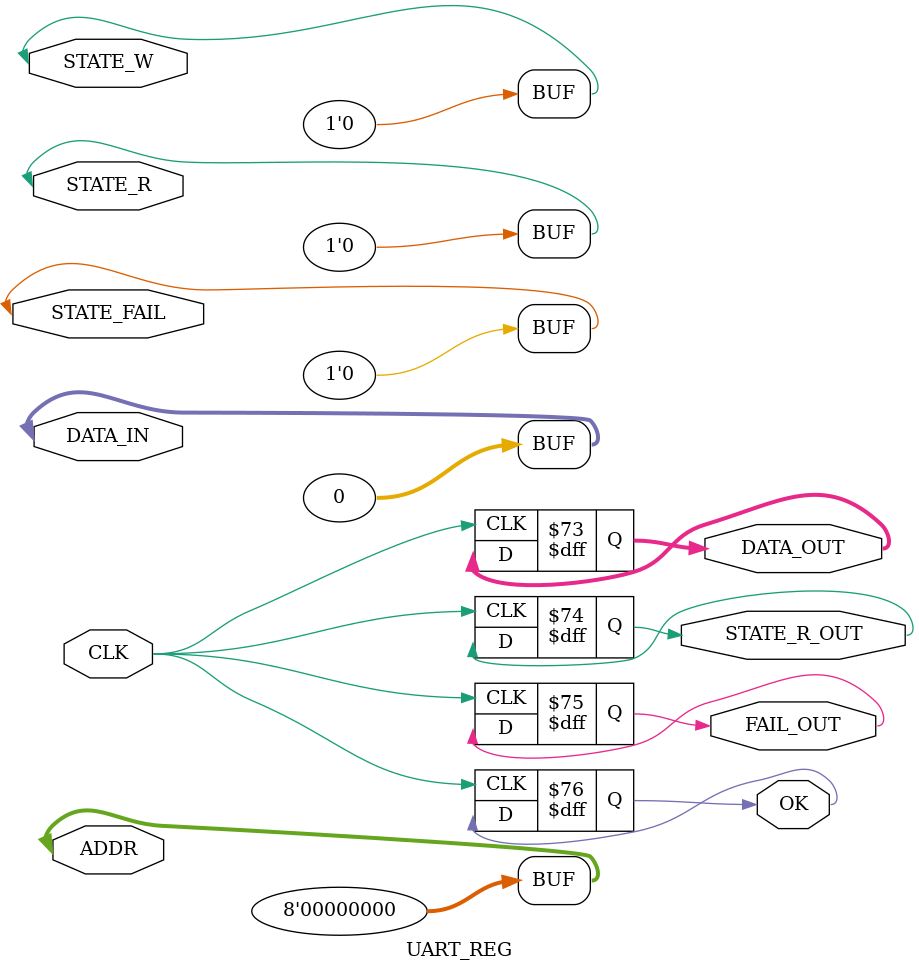
<source format=v>
`timescale 1ns / 1ps

module UART_REG(
	input 				CLK,
	input 				STATE_R,
	input 				STATE_W,
	input		[7:0]	ADDR,
	input 	 	[31:0]	DATA_IN,
	input 				STATE_FAIL,

	output reg 	[31:0]	DATA_OUT,
	output reg			STATE_R_OUT,
	output reg 			FAIL_OUT,
	output reg 			OK
	);

	reg [7:0] 	REGISTER [31:0];

	initial begin
		STATE_R 	<= 1'b0;
		STATE_W 	<= 1'b0;
		ADDR 		<= 16'h0;
		DATA_IN 	<= 1'b0;
		STATE_FAIL 	<= 1'b0;
		FAIL_OUT	<= 1'b0;
		STATE_R_OUT <= 1'b0;
	end

	always @(posedge CLK) begin
		if (STATE_FAIL) begin
			FAIL_OUT 	<= 1'b1;
			OK 			<= 1'b0;
			STATE_R_OUT <= 1'b0;
		end
		else begin
			if (STATE_W) begin
				REGISTER[ADDR] 	<= DATA_IN;
				FAIL_OUT 		<= 1'b0;
				OK				<= 1'b1;
				STATE_R_OUT <= 1'b0;
			end
			else if (STATE_R) begin
				DATA_OUT 	<= REGISTER[ADDR];
				FAIL_OUT	<= 1'b0;
				OK			<= 1'b1;
				STATE_R_OUT <= 1'b1;
			end
		end
	end

endmodule

</source>
